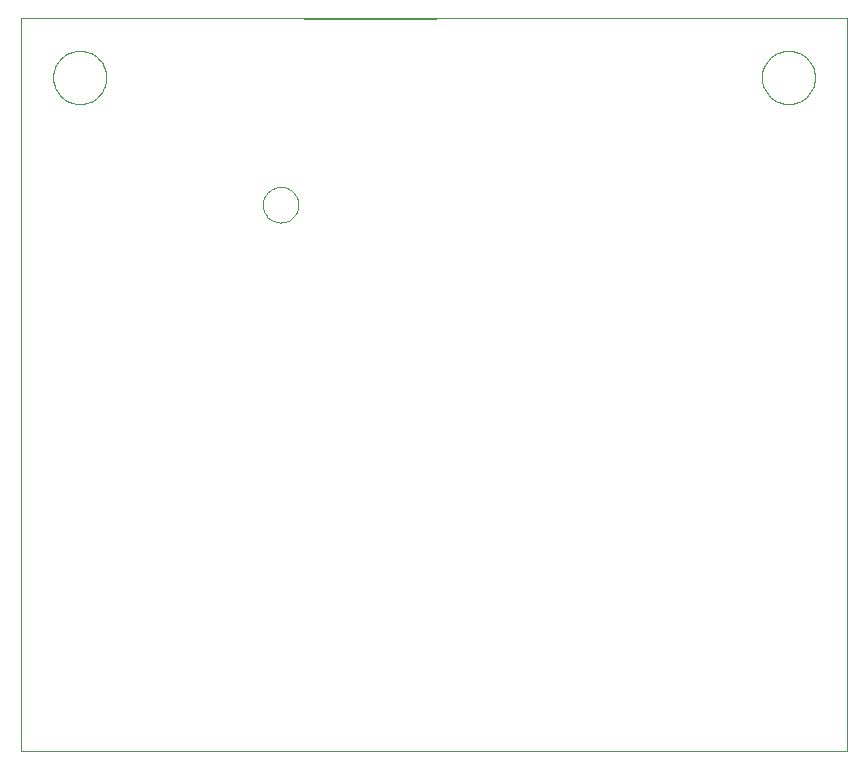
<source format=gko>
G75*
G70*
%OFA0B0*%
%FSLAX24Y24*%
%IPPOS*%
%LPD*%
%AMOC8*
5,1,8,0,0,1.08239X$1,22.5*
%
%ADD10C,0.0000*%
D10*
X000180Y000500D02*
X000180Y024909D01*
X027739Y024909D01*
X027739Y000500D01*
X000180Y000500D01*
X008254Y018697D02*
X008256Y018745D01*
X008262Y018793D01*
X008272Y018840D01*
X008285Y018886D01*
X008303Y018931D01*
X008323Y018975D01*
X008348Y019017D01*
X008376Y019056D01*
X008406Y019093D01*
X008440Y019127D01*
X008477Y019159D01*
X008515Y019188D01*
X008556Y019213D01*
X008599Y019235D01*
X008644Y019253D01*
X008690Y019267D01*
X008737Y019278D01*
X008785Y019285D01*
X008833Y019288D01*
X008881Y019287D01*
X008929Y019282D01*
X008977Y019273D01*
X009023Y019261D01*
X009068Y019244D01*
X009112Y019224D01*
X009154Y019201D01*
X009194Y019174D01*
X009232Y019144D01*
X009267Y019111D01*
X009299Y019075D01*
X009329Y019037D01*
X009355Y018996D01*
X009377Y018953D01*
X009397Y018909D01*
X009412Y018864D01*
X009424Y018817D01*
X009432Y018769D01*
X009436Y018721D01*
X009436Y018673D01*
X009432Y018625D01*
X009424Y018577D01*
X009412Y018530D01*
X009397Y018485D01*
X009377Y018441D01*
X009355Y018398D01*
X009329Y018357D01*
X009299Y018319D01*
X009267Y018283D01*
X009232Y018250D01*
X009194Y018220D01*
X009154Y018193D01*
X009112Y018170D01*
X009068Y018150D01*
X009023Y018133D01*
X008977Y018121D01*
X008929Y018112D01*
X008881Y018107D01*
X008833Y018106D01*
X008785Y018109D01*
X008737Y018116D01*
X008690Y018127D01*
X008644Y018141D01*
X008599Y018159D01*
X008556Y018181D01*
X008515Y018206D01*
X008477Y018235D01*
X008440Y018267D01*
X008406Y018301D01*
X008376Y018338D01*
X008348Y018377D01*
X008323Y018419D01*
X008303Y018463D01*
X008285Y018508D01*
X008272Y018554D01*
X008262Y018601D01*
X008256Y018649D01*
X008254Y018697D01*
X009637Y024875D02*
X014037Y024875D01*
X024885Y022941D02*
X024887Y023000D01*
X024893Y023059D01*
X024903Y023117D01*
X024916Y023175D01*
X024934Y023232D01*
X024955Y023287D01*
X024980Y023341D01*
X025009Y023393D01*
X025041Y023442D01*
X025076Y023490D01*
X025114Y023535D01*
X025155Y023578D01*
X025199Y023618D01*
X025245Y023654D01*
X025294Y023688D01*
X025345Y023718D01*
X025398Y023745D01*
X025453Y023768D01*
X025508Y023787D01*
X025566Y023803D01*
X025624Y023815D01*
X025682Y023823D01*
X025741Y023827D01*
X025801Y023827D01*
X025860Y023823D01*
X025918Y023815D01*
X025976Y023803D01*
X026034Y023787D01*
X026089Y023768D01*
X026144Y023745D01*
X026197Y023718D01*
X026248Y023688D01*
X026297Y023654D01*
X026343Y023618D01*
X026387Y023578D01*
X026428Y023535D01*
X026466Y023490D01*
X026501Y023442D01*
X026533Y023393D01*
X026562Y023341D01*
X026587Y023287D01*
X026608Y023232D01*
X026626Y023175D01*
X026639Y023117D01*
X026649Y023059D01*
X026655Y023000D01*
X026657Y022941D01*
X026655Y022882D01*
X026649Y022823D01*
X026639Y022765D01*
X026626Y022707D01*
X026608Y022650D01*
X026587Y022595D01*
X026562Y022541D01*
X026533Y022489D01*
X026501Y022440D01*
X026466Y022392D01*
X026428Y022347D01*
X026387Y022304D01*
X026343Y022264D01*
X026297Y022228D01*
X026248Y022194D01*
X026197Y022164D01*
X026144Y022137D01*
X026089Y022114D01*
X026034Y022095D01*
X025976Y022079D01*
X025918Y022067D01*
X025860Y022059D01*
X025801Y022055D01*
X025741Y022055D01*
X025682Y022059D01*
X025624Y022067D01*
X025566Y022079D01*
X025508Y022095D01*
X025453Y022114D01*
X025398Y022137D01*
X025345Y022164D01*
X025294Y022194D01*
X025245Y022228D01*
X025199Y022264D01*
X025155Y022304D01*
X025114Y022347D01*
X025076Y022392D01*
X025041Y022440D01*
X025009Y022489D01*
X024980Y022541D01*
X024955Y022595D01*
X024934Y022650D01*
X024916Y022707D01*
X024903Y022765D01*
X024893Y022823D01*
X024887Y022882D01*
X024885Y022941D01*
X001263Y022941D02*
X001265Y023000D01*
X001271Y023059D01*
X001281Y023117D01*
X001294Y023175D01*
X001312Y023232D01*
X001333Y023287D01*
X001358Y023341D01*
X001387Y023393D01*
X001419Y023442D01*
X001454Y023490D01*
X001492Y023535D01*
X001533Y023578D01*
X001577Y023618D01*
X001623Y023654D01*
X001672Y023688D01*
X001723Y023718D01*
X001776Y023745D01*
X001831Y023768D01*
X001886Y023787D01*
X001944Y023803D01*
X002002Y023815D01*
X002060Y023823D01*
X002119Y023827D01*
X002179Y023827D01*
X002238Y023823D01*
X002296Y023815D01*
X002354Y023803D01*
X002412Y023787D01*
X002467Y023768D01*
X002522Y023745D01*
X002575Y023718D01*
X002626Y023688D01*
X002675Y023654D01*
X002721Y023618D01*
X002765Y023578D01*
X002806Y023535D01*
X002844Y023490D01*
X002879Y023442D01*
X002911Y023393D01*
X002940Y023341D01*
X002965Y023287D01*
X002986Y023232D01*
X003004Y023175D01*
X003017Y023117D01*
X003027Y023059D01*
X003033Y023000D01*
X003035Y022941D01*
X003033Y022882D01*
X003027Y022823D01*
X003017Y022765D01*
X003004Y022707D01*
X002986Y022650D01*
X002965Y022595D01*
X002940Y022541D01*
X002911Y022489D01*
X002879Y022440D01*
X002844Y022392D01*
X002806Y022347D01*
X002765Y022304D01*
X002721Y022264D01*
X002675Y022228D01*
X002626Y022194D01*
X002575Y022164D01*
X002522Y022137D01*
X002467Y022114D01*
X002412Y022095D01*
X002354Y022079D01*
X002296Y022067D01*
X002238Y022059D01*
X002179Y022055D01*
X002119Y022055D01*
X002060Y022059D01*
X002002Y022067D01*
X001944Y022079D01*
X001886Y022095D01*
X001831Y022114D01*
X001776Y022137D01*
X001723Y022164D01*
X001672Y022194D01*
X001623Y022228D01*
X001577Y022264D01*
X001533Y022304D01*
X001492Y022347D01*
X001454Y022392D01*
X001419Y022440D01*
X001387Y022489D01*
X001358Y022541D01*
X001333Y022595D01*
X001312Y022650D01*
X001294Y022707D01*
X001281Y022765D01*
X001271Y022823D01*
X001265Y022882D01*
X001263Y022941D01*
M02*

</source>
